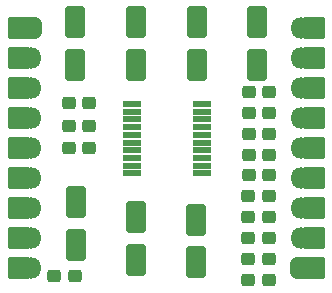
<source format=gts>
G04 #@! TF.GenerationSoftware,KiCad,Pcbnew,9.0.4*
G04 #@! TF.CreationDate,2025-11-10T08:14:31+01:00*
G04 #@! TF.ProjectId,CodecModule,436f6465-634d-46f6-9475-6c652e6b6963,rev?*
G04 #@! TF.SameCoordinates,Original*
G04 #@! TF.FileFunction,Soldermask,Top*
G04 #@! TF.FilePolarity,Negative*
%FSLAX46Y46*%
G04 Gerber Fmt 4.6, Leading zero omitted, Abs format (unit mm)*
G04 Created by KiCad (PCBNEW 9.0.4) date 2025-11-10 08:14:31*
%MOMM*%
%LPD*%
G01*
G04 APERTURE LIST*
G04 Aperture macros list*
%AMRoundRect*
0 Rectangle with rounded corners*
0 $1 Rounding radius*
0 $2 $3 $4 $5 $6 $7 $8 $9 X,Y pos of 4 corners*
0 Add a 4 corners polygon primitive as box body*
4,1,4,$2,$3,$4,$5,$6,$7,$8,$9,$2,$3,0*
0 Add four circle primitives for the rounded corners*
1,1,$1+$1,$2,$3*
1,1,$1+$1,$4,$5*
1,1,$1+$1,$6,$7*
1,1,$1+$1,$8,$9*
0 Add four rect primitives between the rounded corners*
20,1,$1+$1,$2,$3,$4,$5,0*
20,1,$1+$1,$4,$5,$6,$7,0*
20,1,$1+$1,$6,$7,$8,$9,0*
20,1,$1+$1,$8,$9,$2,$3,0*%
G04 Aperture macros list end*
%ADD10RoundRect,0.262500X0.312500X0.262500X-0.312500X0.262500X-0.312500X-0.262500X0.312500X-0.262500X0*%
%ADD11RoundRect,0.265625X-0.584375X1.084375X-0.584375X-1.084375X0.584375X-1.084375X0.584375X1.084375X0*%
%ADD12RoundRect,0.050000X-0.725000X-0.225000X0.725000X-0.225000X0.725000X0.225000X-0.725000X0.225000X0*%
%ADD13RoundRect,0.262500X-0.312500X-0.262500X0.312500X-0.262500X0.312500X0.262500X-0.312500X0.262500X0*%
%ADD14RoundRect,0.050000X-0.850000X-0.850000X0.850000X-0.850000X0.850000X0.850000X-0.850000X0.850000X0*%
%ADD15RoundRect,0.450000X-0.450000X-0.450000X0.450000X-0.450000X0.450000X0.450000X-0.450000X0.450000X0*%
%ADD16O,1.800000X1.800000*%
%ADD17RoundRect,0.050000X0.850000X0.850000X-0.850000X0.850000X-0.850000X-0.850000X0.850000X-0.850000X0*%
%ADD18RoundRect,0.450000X0.450000X0.450000X-0.450000X0.450000X-0.450000X-0.450000X0.450000X-0.450000X0*%
G04 APERTURE END LIST*
D10*
X31595000Y-36195000D03*
X29845000Y-36195000D03*
X31595000Y-38100000D03*
X29845000Y-38100000D03*
D11*
X35560000Y-43920000D03*
X35560000Y-47520000D03*
D12*
X35209000Y-34348000D03*
X35209000Y-34998000D03*
X35209000Y-35648000D03*
X35209000Y-36298000D03*
X35209000Y-36948000D03*
X35209000Y-37598000D03*
X35209000Y-38248000D03*
X35209000Y-38898000D03*
X35209000Y-39548000D03*
X35209000Y-40198000D03*
X41109000Y-40198000D03*
X41109000Y-39548000D03*
X41109000Y-38898000D03*
X41109000Y-38248000D03*
X41109000Y-37598000D03*
X41109000Y-36948000D03*
X41109000Y-36298000D03*
X41109000Y-35648000D03*
X41109000Y-34998000D03*
X41109000Y-34348000D03*
D11*
X40640000Y-44152000D03*
X40640000Y-47752000D03*
D10*
X31595000Y-34290000D03*
X29845000Y-34290000D03*
D11*
X30480000Y-42650000D03*
X30480000Y-46250000D03*
D10*
X30353000Y-48895000D03*
X28603000Y-48895000D03*
X46813000Y-42109000D03*
X45063000Y-42109000D03*
X46813000Y-43887000D03*
X45063000Y-43887000D03*
X46813000Y-45665000D03*
X45063000Y-45665000D03*
X46813000Y-47443000D03*
X45063000Y-47443000D03*
D13*
X45063000Y-49221000D03*
X46813000Y-49221000D03*
D10*
X46824000Y-38644000D03*
X45074000Y-38644000D03*
X46824000Y-36866000D03*
X45074000Y-36866000D03*
X46824000Y-35088000D03*
X45074000Y-35088000D03*
X46824000Y-33310000D03*
X45074000Y-33310000D03*
D11*
X40673332Y-27424000D03*
X40673332Y-31024000D03*
X45808000Y-27424000D03*
X45808000Y-31024000D03*
X30404000Y-27424000D03*
X30404000Y-31024000D03*
X35538666Y-27424000D03*
X35538666Y-31024000D03*
D14*
X25600000Y-27940000D03*
D15*
X26670000Y-27940000D03*
D14*
X25600000Y-30480000D03*
D16*
X26670000Y-30480000D03*
D14*
X25600000Y-33020000D03*
D16*
X26670000Y-33020000D03*
D14*
X25600000Y-35560000D03*
D16*
X26670000Y-35560000D03*
D14*
X25600000Y-38100000D03*
D16*
X26670000Y-38100000D03*
D14*
X25600000Y-40640000D03*
D16*
X26670000Y-40640000D03*
D14*
X25600000Y-43180000D03*
D16*
X26670000Y-43180000D03*
D14*
X25600000Y-45720000D03*
D16*
X26670000Y-45720000D03*
D14*
X25600000Y-48260000D03*
D16*
X26670000Y-48260000D03*
D17*
X50600000Y-48260000D03*
D18*
X49530000Y-48260000D03*
D17*
X50600000Y-45720000D03*
D16*
X49530000Y-45720000D03*
D17*
X50600000Y-43180000D03*
D16*
X49530000Y-43180000D03*
D17*
X50600000Y-40640000D03*
D16*
X49530000Y-40640000D03*
D17*
X50600000Y-38100000D03*
D16*
X49530000Y-38100000D03*
D17*
X50600000Y-35560000D03*
D16*
X49530000Y-35560000D03*
D17*
X50600000Y-33020000D03*
D16*
X49530000Y-33020000D03*
D17*
X50600000Y-30480000D03*
D16*
X49530000Y-30480000D03*
D17*
X50600000Y-27940000D03*
D16*
X49530000Y-27940000D03*
D13*
X45074000Y-40386000D03*
X46824000Y-40386000D03*
M02*

</source>
